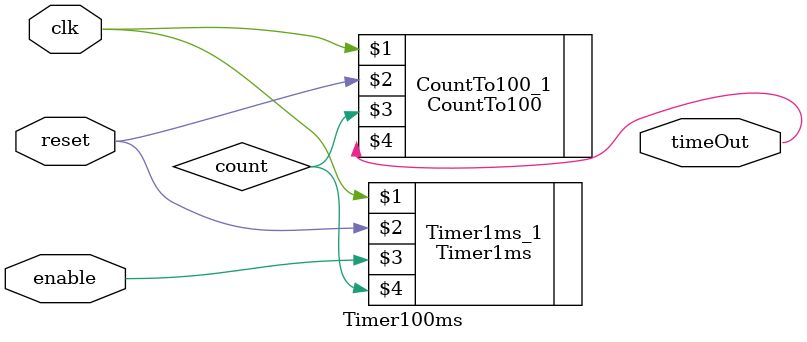
<source format=v>


module Timer100ms(clk, reset, enable, timeOut);
input clk, reset;
input enable; 
output timeOut;
//reg timeOut;
wire count;

Timer1ms Timer1ms_1(clk, reset, enable, count);
CountTo100 CountTo100_1(clk, reset, count, timeOut);

endmodule


</source>
